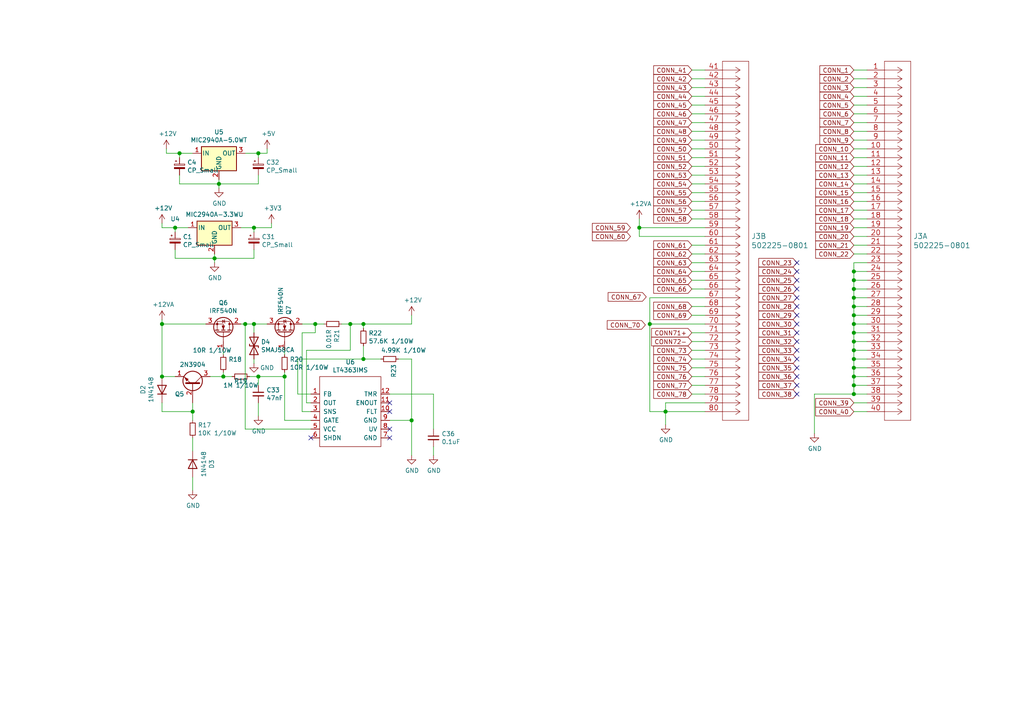
<source format=kicad_sch>
(kicad_sch (version 20201015) (generator eeschema)
  (page 1 6)
  (paper "A4")
  (lib_symbols
    (symbol "Device:CP_Small" (pin_numbers hide) (pin_names (offset 0.254) hide)
      (property "Reference" "C" (at 0.254 1.778 0))
      (property "Value" "CP_Small" (at 0.254 -2.032 0))
      (symbol "CP_Small_1_1"
        (pin passive line (at 0 2.54 270) (length 1.8542) (name "~") (number "1"))
        (pin passive line (at 0 -2.54 90) (length 1.8542) (name "~") (number "2"))
      )
    )
    (symbol "Device:C_Small" (pin_numbers hide) (pin_names (offset 0.254) hide)
      (property "Reference" "C" (at 0.254 1.778 0))
      (property "Value" "C_Small" (at 0.254 -2.032 0))
      (symbol "C_Small_1_1"
        (pin passive line (at 0 2.54 270) (length 2.032) (name "~") (number "1"))
        (pin passive line (at 0 -2.54 90) (length 2.032) (name "~") (number "2"))
      )
    )
    (symbol "Device:D_TVS" (pin_numbers hide) (pin_names (offset 1.016) hide)
      (property "Reference" "D" (at 0 2.54 0))
      (property "Value" "D_TVS" (at 0 -2.54 0))
      (symbol "D_TVS_1_1"
        (pin passive line (at -3.81 0 0) (length 2.54) (name "A1") (number "1"))
        (pin passive line (at 3.81 0 180) (length 2.54) (name "A2") (number "2"))
      )
    )
    (symbol "Device:R_Small" (pin_numbers hide) (pin_names (offset 0.254) hide)
      (property "Reference" "R" (at 0.762 0.508 0))
      (property "Value" "R_Small" (at 0.762 -1.016 0))
      (symbol "R_Small_1_1"
        (pin passive line (at 0 2.54 270) (length 0.762) (name "~") (number "1"))
        (pin passive line (at 0 -2.54 90) (length 0.762) (name "~") (number "2"))
      )
    )
    (symbol "Diode:1N4148" (pin_numbers hide) (pin_names (offset 1.016) hide)
      (property "Reference" "D" (at 0 2.54 0))
      (property "Value" "1N4148" (at 0 -2.54 0))
      (symbol "1N4148_1_1"
        (pin passive line (at -3.81 0 0) (length 2.54) (name "K") (number "1"))
        (pin passive line (at 3.81 0 180) (length 2.54) (name "A") (number "2"))
      )
    )
    (symbol "OpenEFI-STM32-rev3:502225-0801" (pin_names (offset 0.254) hide)
      (property "Reference" "J" (at 8.89 6.35 0))
      (property "Value" "502225-0801" (at 10.16 -50.8 0))
      (symbol "502225-0801_1_1"
        (pin unspecified line (at 0 0 0) (length 5.08) (name "1") (number "1"))
        (pin unspecified line (at 0 -22.86 0) (length 5.08) (name "10") (number "10"))
        (pin unspecified line (at 0 -25.4 0) (length 5.08) (name "11") (number "11"))
        (pin unspecified line (at 0 -27.94 0) (length 5.08) (name "12") (number "12"))
        (pin unspecified line (at 0 -30.48 0) (length 5.08) (name "13") (number "13"))
        (pin unspecified line (at 0 -33.02 0) (length 5.08) (name "14") (number "14"))
        (pin unspecified line (at 0 -35.56 0) (length 5.08) (name "15") (number "15"))
        (pin unspecified line (at 0 -38.1 0) (length 5.08) (name "16") (number "16"))
        (pin unspecified line (at 0 -40.64 0) (length 5.08) (name "17") (number "17"))
        (pin unspecified line (at 0 -43.18 0) (length 5.08) (name "18") (number "18"))
        (pin unspecified line (at 0 -45.72 0) (length 5.08) (name "19") (number "19"))
        (pin unspecified line (at 0 -2.54 0) (length 5.08) (name "2") (number "2"))
        (pin unspecified line (at 0 -48.26 0) (length 5.08) (name "20") (number "20"))
        (pin unspecified line (at 0 -50.8 0) (length 5.08) (name "21") (number "21"))
        (pin unspecified line (at 0 -53.34 0) (length 5.08) (name "22") (number "22"))
        (pin unspecified line (at 0 -55.88 0) (length 5.08) (name "23") (number "23"))
        (pin unspecified line (at 0 -58.42 0) (length 5.08) (name "24") (number "24"))
        (pin unspecified line (at 0 -60.96 0) (length 5.08) (name "25") (number "25"))
        (pin unspecified line (at 0 -63.5 0) (length 5.08) (name "26") (number "26"))
        (pin unspecified line (at 0 -66.04 0) (length 5.08) (name "27") (number "27"))
        (pin unspecified line (at 0 -68.58 0) (length 5.08) (name "28") (number "28"))
        (pin unspecified line (at 0 -71.12 0) (length 5.08) (name "29") (number "29"))
        (pin unspecified line (at 0 -5.08 0) (length 5.08) (name "3") (number "3"))
        (pin unspecified line (at 0 -73.66 0) (length 5.08) (name "30") (number "30"))
        (pin unspecified line (at 0 -76.2 0) (length 5.08) (name "31") (number "31"))
        (pin unspecified line (at 0 -78.74 0) (length 5.08) (name "32") (number "32"))
        (pin unspecified line (at 0 -81.28 0) (length 5.08) (name "33") (number "33"))
        (pin unspecified line (at 0 -83.82 0) (length 5.08) (name "34") (number "34"))
        (pin unspecified line (at 0 -86.36 0) (length 5.08) (name "35") (number "35"))
        (pin unspecified line (at 0 -88.9 0) (length 5.08) (name "36") (number "36"))
        (pin unspecified line (at 0 -91.44 0) (length 5.08) (name "37") (number "37"))
        (pin unspecified line (at 0 -93.98 0) (length 5.08) (name "38") (number "38"))
        (pin unspecified line (at 0 -96.52 0) (length 5.08) (name "39") (number "39"))
        (pin unspecified line (at 0 -7.62 0) (length 5.08) (name "4") (number "4"))
        (pin unspecified line (at 0 -99.06 0) (length 5.08) (name "40") (number "40"))
        (pin unspecified line (at 0 -10.16 0) (length 5.08) (name "5") (number "5"))
        (pin unspecified line (at 0 -12.7 0) (length 5.08) (name "6") (number "6"))
        (pin unspecified line (at 0 -15.24 0) (length 5.08) (name "7") (number "7"))
        (pin unspecified line (at 0 -17.78 0) (length 5.08) (name "8") (number "8"))
        (pin unspecified line (at 0 -20.32 0) (length 5.08) (name "9") (number "9"))
      )
      (symbol "502225-0801_2_1"
        (pin unspecified line (at 0 0 0) (length 5.08) (name "41") (number "41"))
        (pin unspecified line (at 0 -2.54 0) (length 5.08) (name "42") (number "42"))
        (pin unspecified line (at 0 -5.08 0) (length 5.08) (name "43") (number "43"))
        (pin unspecified line (at 0 -7.62 0) (length 5.08) (name "44") (number "44"))
        (pin unspecified line (at 0 -10.16 0) (length 5.08) (name "45") (number "45"))
        (pin unspecified line (at 0 -12.7 0) (length 5.08) (name "46") (number "46"))
        (pin unspecified line (at 0 -15.24 0) (length 5.08) (name "47") (number "47"))
        (pin unspecified line (at 0 -17.78 0) (length 5.08) (name "48") (number "48"))
        (pin unspecified line (at 0 -20.32 0) (length 5.08) (name "49") (number "49"))
        (pin unspecified line (at 0 -22.86 0) (length 5.08) (name "50") (number "50"))
        (pin unspecified line (at 0 -25.4 0) (length 5.08) (name "51") (number "51"))
        (pin unspecified line (at 0 -27.94 0) (length 5.08) (name "52") (number "52"))
        (pin unspecified line (at 0 -30.48 0) (length 5.08) (name "53") (number "53"))
        (pin unspecified line (at 0 -33.02 0) (length 5.08) (name "54") (number "54"))
        (pin unspecified line (at 0 -35.56 0) (length 5.08) (name "55") (number "55"))
        (pin unspecified line (at 0 -38.1 0) (length 5.08) (name "56") (number "56"))
        (pin unspecified line (at 0 -40.64 0) (length 5.08) (name "57") (number "57"))
        (pin unspecified line (at 0 -43.18 0) (length 5.08) (name "58") (number "58"))
        (pin unspecified line (at 0 -45.72 0) (length 5.08) (name "59") (number "59"))
        (pin unspecified line (at 0 -48.26 0) (length 5.08) (name "60") (number "60"))
        (pin unspecified line (at 0 -50.8 0) (length 5.08) (name "61") (number "61"))
        (pin unspecified line (at 0 -53.34 0) (length 5.08) (name "62") (number "62"))
        (pin unspecified line (at 0 -55.88 0) (length 5.08) (name "63") (number "63"))
        (pin unspecified line (at 0 -58.42 0) (length 5.08) (name "64") (number "64"))
        (pin unspecified line (at 0 -60.96 0) (length 5.08) (name "65") (number "65"))
        (pin unspecified line (at 0 -63.5 0) (length 5.08) (name "66") (number "66"))
        (pin unspecified line (at 0 -66.04 0) (length 5.08) (name "67") (number "67"))
        (pin unspecified line (at 0 -68.58 0) (length 5.08) (name "68") (number "68"))
        (pin unspecified line (at 0 -71.12 0) (length 5.08) (name "69") (number "69"))
        (pin unspecified line (at 0 -73.66 0) (length 5.08) (name "70") (number "70"))
        (pin unspecified line (at 0 -76.2 0) (length 5.08) (name "71") (number "71"))
        (pin unspecified line (at 0 -78.74 0) (length 5.08) (name "72") (number "72"))
        (pin unspecified line (at 0 -81.28 0) (length 5.08) (name "73") (number "73"))
        (pin unspecified line (at 0 -83.82 0) (length 5.08) (name "74") (number "74"))
        (pin unspecified line (at 0 -86.36 0) (length 5.08) (name "75") (number "75"))
        (pin unspecified line (at 0 -88.9 0) (length 5.08) (name "76") (number "76"))
        (pin unspecified line (at 0 -91.44 0) (length 5.08) (name "77") (number "77"))
        (pin unspecified line (at 0 -93.98 0) (length 5.08) (name "78") (number "78"))
        (pin unspecified line (at 0 -96.52 0) (length 5.08) (name "79") (number "79"))
        (pin unspecified line (at 0 -99.06 0) (length 5.08) (name "80") (number "80"))
      )
    )
    (symbol "OpenEFI-STM32-rev3:LT4363IMS" (pin_names (offset 1.016))
      (property "Reference" "U" (at 0 2.54 0))
      (property "Value" "LT4363IMS" (at 0 5.08 0))
      (symbol "LT4363IMS_1_1"
        (pin input line (at -11.43 1.27 0) (length 2.54) (name "FB") (number "1"))
        (pin input line (at 11.43 -3.81 180) (length 2.54) (name "FLT") (number "10"))
        (pin input line (at 11.43 -1.27 180) (length 2.54) (name "ENOUT") (number "11"))
        (pin input line (at 11.43 1.27 180) (length 2.54) (name "TMR") (number "12"))
        (pin input line (at -11.43 -1.27 0) (length 2.54) (name "OUT") (number "2"))
        (pin input line (at -11.43 -3.81 0) (length 2.54) (name "SNS") (number "3"))
        (pin input line (at -11.43 -6.35 0) (length 2.54) (name "GATE") (number "4"))
        (pin input line (at -11.43 -8.89 0) (length 2.54) (name "VCC") (number "5"))
        (pin input line (at -11.43 -11.43 0) (length 2.54) (name "SHDN") (number "6"))
        (pin input line (at 11.43 -11.43 180) (length 2.54) (name "GND") (number "7"))
        (pin input line (at 11.43 -8.89 180) (length 2.54) (name "UV") (number "8"))
        (pin input line (at 11.43 -6.35 180) (length 2.54) (name "GND") (number "9"))
      )
    )
    (symbol "Regulator_Linear:L7805" (pin_names (offset 0.254))
      (property "Reference" "U" (at -3.81 3.175 0))
      (property "Value" "L7805" (at 0 3.175 0))
      (symbol "L7805_1_1"
        (pin power_in line (at -7.62 0 0) (length 2.54) (name "IN") (number "1"))
        (pin power_in line (at 0 -7.62 90) (length 2.54) (name "GND") (number "2"))
        (pin power_out line (at 7.62 0 180) (length 2.54) (name "OUT") (number "3"))
      )
    )
    (symbol "Transistor_BJT:2N3904" (pin_names (offset 0) hide)
      (property "Reference" "Q" (at 5.08 1.905 0))
      (property "Value" "2N3904" (at 5.08 0 0))
      (symbol "2N3904_1_1"
        (pin passive line (at 2.54 -5.08 90) (length 2.54) (name "E") (number "1"))
        (pin passive line (at -5.08 0 0) (length 5.715) (name "B") (number "2"))
        (pin passive line (at 2.54 5.08 270) (length 2.54) (name "C") (number "3"))
      )
    )
    (symbol "Transistor_FET:IRF540N" (pin_names hide)
      (property "Reference" "Q" (at 6.35 1.905 0))
      (property "Value" "IRF540N" (at 6.35 0 0))
      (symbol "IRF540N_1_1"
        (pin input line (at -5.08 0 0) (length 2.54) (name "G") (number "1"))
        (pin passive line (at 2.54 5.08 270) (length 2.54) (name "D") (number "2"))
        (pin passive line (at 2.54 -5.08 90) (length 2.54) (name "S") (number "3"))
      )
    )
    (symbol "power:+12V" (power) (pin_names (offset 0))
      (property "Value" "+12V" (at 0 3.556 0))
      (symbol "+12V_1_1"
        (pin power_in line (at 0 0 90) (length 0) hide (name "+12V") (number "1"))
      )
    )
    (symbol "power:+12VA" (power) (pin_names (offset 0))
      (property "Value" "+12VA" (at 0 3.556 0))
      (symbol "+12VA_1_1"
        (pin power_in line (at 0 0 90) (length 0) hide (name "+12VA") (number "1"))
      )
    )
    (symbol "power:+3V3" (power) (pin_names (offset 0))
      (property "Value" "+3V3" (at 0 3.556 0))
      (symbol "+3V3_1_1"
        (pin power_in line (at 0 0 90) (length 0) hide (name "+3V3") (number "1"))
      )
    )
    (symbol "power:+5V" (power) (pin_names (offset 0))
      (property "Value" "+5V" (at 0 3.556 0))
      (symbol "+5V_1_1"
        (pin power_in line (at 0 0 90) (length 0) hide (name "+5V") (number "1"))
      )
    )
    (symbol "power:GND" (power) (pin_names (offset 0))
      (property "Value" "GND" (at 0 -3.81 0))
      (symbol "GND_1_1"
        (pin power_in line (at 0 0 270) (length 0) hide (name "GND") (number "1"))
      )
    )
  )
  (junction (at 46.99 93.98) (diameter 1.016))
  (junction (at 46.99 109.22) (diameter 1.016))
  (junction (at 50.8 66.04) (diameter 1.016))
  (junction (at 52.07 44.45) (diameter 1.016))
  (junction (at 55.88 119.38) (diameter 1.016))
  (junction (at 62.23 74.93) (diameter 1.016))
  (junction (at 63.5 53.34) (diameter 1.016))
  (junction (at 64.77 109.22) (diameter 1.016))
  (junction (at 71.12 93.98) (diameter 1.016))
  (junction (at 73.66 66.04) (diameter 1.016))
  (junction (at 73.66 93.98) (diameter 1.016))
  (junction (at 74.93 44.45) (diameter 1.016))
  (junction (at 74.93 109.22) (diameter 1.016))
  (junction (at 82.55 109.22) (diameter 1.016))
  (junction (at 91.44 93.98) (diameter 1.016))
  (junction (at 101.6 93.98) (diameter 1.016))
  (junction (at 105.41 93.98) (diameter 1.016))
  (junction (at 105.41 104.14) (diameter 1.016))
  (junction (at 119.38 121.92) (diameter 1.016))
  (junction (at 185.42 66.04) (diameter 1.016))
  (junction (at 188.468 93.98) (diameter 1.016))
  (junction (at 193.04 119.38) (diameter 1.016))
  (junction (at 247.65 78.74) (diameter 1.016))
  (junction (at 247.65 81.28) (diameter 1.016))
  (junction (at 247.65 83.82) (diameter 1.016))
  (junction (at 247.65 86.36) (diameter 1.016))
  (junction (at 247.65 88.9) (diameter 1.016))
  (junction (at 247.65 91.44) (diameter 1.016))
  (junction (at 247.65 93.98) (diameter 1.016))
  (junction (at 247.65 96.52) (diameter 1.016))
  (junction (at 247.65 99.06) (diameter 1.016))
  (junction (at 247.65 101.6) (diameter 1.016))
  (junction (at 247.65 104.14) (diameter 1.016))
  (junction (at 247.65 106.68) (diameter 1.016))
  (junction (at 247.65 109.22) (diameter 1.016))
  (junction (at 247.65 111.76) (diameter 1.016))
  (junction (at 247.65 114.3) (diameter 1.016))
  (no_connect (at 113.03 119.38))
  (no_connect (at 231.14 91.44))
  (no_connect (at 231.14 106.68))
  (no_connect (at 231.14 86.36))
  (no_connect (at 231.14 99.06))
  (no_connect (at 113.03 124.46))
  (no_connect (at 231.14 88.9))
  (no_connect (at 231.14 109.22))
  (no_connect (at 231.14 96.52))
  (no_connect (at 231.14 114.3))
  (no_connect (at 231.14 93.98))
  (no_connect (at 231.14 111.76))
  (no_connect (at 231.14 104.14))
  (no_connect (at 231.14 78.74))
  (no_connect (at 90.17 127))
  (no_connect (at 113.03 127))
  (no_connect (at 113.03 116.84))
  (no_connect (at 231.14 76.2))
  (no_connect (at 231.14 101.6))
  (no_connect (at 231.14 83.82))
  (no_connect (at 231.14 81.28))
  (wire (pts (xy 46.99 64.77) (xy 46.99 66.04)))
  (wire (pts (xy 46.99 66.04) (xy 50.8 66.04)))
  (wire (pts (xy 46.99 92.71) (xy 46.99 93.98)))
  (wire (pts (xy 46.99 93.98) (xy 59.69 93.98)))
  (wire (pts (xy 46.99 109.22) (xy 46.99 93.98)))
  (wire (pts (xy 46.99 109.22) (xy 50.8 109.22)))
  (wire (pts (xy 46.99 116.84) (xy 46.99 119.38)))
  (wire (pts (xy 46.99 119.38) (xy 55.88 119.38)))
  (wire (pts (xy 48.26 43.18) (xy 48.26 44.45)))
  (wire (pts (xy 48.26 44.45) (xy 52.07 44.45)))
  (wire (pts (xy 50.8 66.04) (xy 50.8 67.31)))
  (wire (pts (xy 50.8 72.39) (xy 50.8 74.93)))
  (wire (pts (xy 50.8 74.93) (xy 62.23 74.93)))
  (wire (pts (xy 52.07 44.45) (xy 55.88 44.45)))
  (wire (pts (xy 52.07 45.72) (xy 52.07 44.45)))
  (wire (pts (xy 52.07 50.8) (xy 52.07 53.34)))
  (wire (pts (xy 52.07 53.34) (xy 63.5 53.34)))
  (wire (pts (xy 54.61 66.04) (xy 50.8 66.04)))
  (wire (pts (xy 55.88 116.84) (xy 55.88 119.38)))
  (wire (pts (xy 55.88 119.38) (xy 55.88 121.92)))
  (wire (pts (xy 55.88 127) (xy 55.88 130.81)))
  (wire (pts (xy 55.88 138.43) (xy 55.88 142.24)))
  (wire (pts (xy 60.96 109.22) (xy 64.77 109.22)))
  (wire (pts (xy 62.23 73.66) (xy 62.23 74.93)))
  (wire (pts (xy 62.23 74.93) (xy 62.23 76.2)))
  (wire (pts (xy 63.5 52.07) (xy 63.5 53.34)))
  (wire (pts (xy 63.5 53.34) (xy 63.5 54.61)))
  (wire (pts (xy 64.77 101.6) (xy 64.77 102.87)))
  (wire (pts (xy 64.77 109.22) (xy 64.77 107.95)))
  (wire (pts (xy 67.31 109.22) (xy 64.77 109.22)))
  (wire (pts (xy 69.85 66.04) (xy 73.66 66.04)))
  (wire (pts (xy 69.85 93.98) (xy 71.12 93.98)))
  (wire (pts (xy 71.12 44.45) (xy 74.93 44.45)))
  (wire (pts (xy 71.12 93.98) (xy 71.12 124.46)))
  (wire (pts (xy 71.12 93.98) (xy 73.66 93.98)))
  (wire (pts (xy 71.12 124.46) (xy 90.17 124.46)))
  (wire (pts (xy 72.39 109.22) (xy 74.93 109.22)))
  (wire (pts (xy 73.66 66.04) (xy 73.66 67.31)))
  (wire (pts (xy 73.66 72.39) (xy 73.66 74.93)))
  (wire (pts (xy 73.66 74.93) (xy 62.23 74.93)))
  (wire (pts (xy 73.66 93.98) (xy 77.47 93.98)))
  (wire (pts (xy 73.66 96.52) (xy 73.66 93.98)))
  (wire (pts (xy 73.66 104.14) (xy 73.66 105.41)))
  (wire (pts (xy 74.93 44.45) (xy 74.93 45.72)))
  (wire (pts (xy 74.93 50.8) (xy 74.93 53.34)))
  (wire (pts (xy 74.93 53.34) (xy 63.5 53.34)))
  (wire (pts (xy 74.93 109.22) (xy 82.55 109.22)))
  (wire (pts (xy 74.93 111.76) (xy 74.93 109.22)))
  (wire (pts (xy 74.93 116.84) (xy 74.93 120.65)))
  (wire (pts (xy 77.47 43.18) (xy 77.47 44.45)))
  (wire (pts (xy 77.47 44.45) (xy 74.93 44.45)))
  (wire (pts (xy 78.74 64.77) (xy 78.74 66.04)))
  (wire (pts (xy 78.74 66.04) (xy 73.66 66.04)))
  (wire (pts (xy 82.55 102.87) (xy 82.55 101.6)))
  (wire (pts (xy 82.55 107.95) (xy 82.55 109.22)))
  (wire (pts (xy 82.55 121.92) (xy 82.55 109.22)))
  (wire (pts (xy 82.55 121.92) (xy 90.17 121.92)))
  (wire (pts (xy 86.36 104.14) (xy 86.36 114.3)))
  (wire (pts (xy 86.36 114.3) (xy 90.17 114.3)))
  (wire (pts (xy 87.63 93.98) (xy 91.44 93.98)))
  (wire (pts (xy 87.63 96.52) (xy 91.44 96.52)))
  (wire (pts (xy 87.63 119.38) (xy 87.63 96.52)))
  (wire (pts (xy 88.9 101.6) (xy 88.9 116.84)))
  (wire (pts (xy 88.9 116.84) (xy 90.17 116.84)))
  (wire (pts (xy 90.17 119.38) (xy 87.63 119.38)))
  (wire (pts (xy 91.44 93.98) (xy 93.98 93.98)))
  (wire (pts (xy 91.44 96.52) (xy 91.44 93.98)))
  (wire (pts (xy 99.06 93.98) (xy 101.6 93.98)))
  (wire (pts (xy 101.6 93.98) (xy 101.6 101.6)))
  (wire (pts (xy 101.6 93.98) (xy 105.41 93.98)))
  (wire (pts (xy 101.6 101.6) (xy 88.9 101.6)))
  (wire (pts (xy 105.41 93.98) (xy 105.41 95.25)))
  (wire (pts (xy 105.41 100.33) (xy 105.41 104.14)))
  (wire (pts (xy 105.41 104.14) (xy 86.36 104.14)))
  (wire (pts (xy 105.41 104.14) (xy 110.49 104.14)))
  (wire (pts (xy 113.03 114.3) (xy 125.73 114.3)))
  (wire (pts (xy 113.03 121.92) (xy 119.38 121.92)))
  (wire (pts (xy 115.57 104.14) (xy 119.38 104.14)))
  (wire (pts (xy 119.38 91.44) (xy 119.38 93.98)))
  (wire (pts (xy 119.38 93.98) (xy 105.41 93.98)))
  (wire (pts (xy 119.38 104.14) (xy 119.38 121.92)))
  (wire (pts (xy 119.38 121.92) (xy 119.38 132.08)))
  (wire (pts (xy 125.73 114.3) (xy 125.73 124.46)))
  (wire (pts (xy 125.73 129.54) (xy 125.73 132.08)))
  (wire (pts (xy 185.42 66.04) (xy 185.42 63.5)))
  (wire (pts (xy 185.42 66.04) (xy 185.42 68.58)))
  (wire (pts (xy 185.42 66.04) (xy 204.47 66.04)))
  (wire (pts (xy 185.42 68.58) (xy 204.47 68.58)))
  (wire (pts (xy 188.468 86.36) (xy 188.468 93.98)))
  (wire (pts (xy 188.468 86.36) (xy 204.47 86.36)))
  (wire (pts (xy 188.468 93.98) (xy 188.468 119.38)))
  (wire (pts (xy 188.468 93.98) (xy 204.47 93.98)))
  (wire (pts (xy 188.468 119.38) (xy 193.04 119.38)))
  (wire (pts (xy 193.04 116.84) (xy 193.04 119.38)))
  (wire (pts (xy 193.04 116.84) (xy 204.47 116.84)))
  (wire (pts (xy 193.04 119.38) (xy 193.04 123.19)))
  (wire (pts (xy 193.04 119.38) (xy 204.47 119.38)))
  (wire (pts (xy 200.66 20.32) (xy 204.47 20.32)))
  (wire (pts (xy 200.66 22.86) (xy 204.47 22.86)))
  (wire (pts (xy 200.66 25.4) (xy 204.47 25.4)))
  (wire (pts (xy 200.66 27.94) (xy 204.47 27.94)))
  (wire (pts (xy 200.66 30.48) (xy 204.47 30.48)))
  (wire (pts (xy 200.66 33.02) (xy 204.47 33.02)))
  (wire (pts (xy 200.66 35.56) (xy 204.47 35.56)))
  (wire (pts (xy 200.66 38.1) (xy 204.47 38.1)))
  (wire (pts (xy 200.66 40.64) (xy 204.47 40.64)))
  (wire (pts (xy 200.66 43.18) (xy 204.47 43.18)))
  (wire (pts (xy 200.66 45.72) (xy 204.47 45.72)))
  (wire (pts (xy 200.66 48.26) (xy 204.47 48.26)))
  (wire (pts (xy 200.66 50.8) (xy 204.47 50.8)))
  (wire (pts (xy 200.66 53.34) (xy 204.47 53.34)))
  (wire (pts (xy 200.66 55.88) (xy 204.47 55.88)))
  (wire (pts (xy 200.66 58.42) (xy 204.47 58.42)))
  (wire (pts (xy 200.66 60.96) (xy 204.47 60.96)))
  (wire (pts (xy 200.66 63.5) (xy 204.47 63.5)))
  (wire (pts (xy 200.66 71.12) (xy 204.47 71.12)))
  (wire (pts (xy 200.66 73.66) (xy 204.47 73.66)))
  (wire (pts (xy 200.66 76.2) (xy 204.47 76.2)))
  (wire (pts (xy 200.66 78.74) (xy 204.47 78.74)))
  (wire (pts (xy 200.66 81.28) (xy 204.47 81.28)))
  (wire (pts (xy 200.66 83.82) (xy 204.47 83.82)))
  (wire (pts (xy 200.66 88.9) (xy 204.47 88.9)))
  (wire (pts (xy 200.66 91.44) (xy 204.47 91.44)))
  (wire (pts (xy 200.66 96.52) (xy 204.47 96.52)))
  (wire (pts (xy 200.66 99.06) (xy 204.47 99.06)))
  (wire (pts (xy 200.66 101.6) (xy 204.47 101.6)))
  (wire (pts (xy 200.66 104.14) (xy 204.47 104.14)))
  (wire (pts (xy 200.66 106.68) (xy 204.47 106.68)))
  (wire (pts (xy 200.66 109.22) (xy 204.47 109.22)))
  (wire (pts (xy 200.66 111.76) (xy 204.47 111.76)))
  (wire (pts (xy 200.66 114.3) (xy 204.47 114.3)))
  (wire (pts (xy 236.22 114.3) (xy 247.65 114.3)))
  (wire (pts (xy 236.22 125.73) (xy 236.22 114.3)))
  (wire (pts (xy 247.65 20.32) (xy 251.46 20.32)))
  (wire (pts (xy 247.65 22.86) (xy 251.46 22.86)))
  (wire (pts (xy 247.65 25.4) (xy 251.46 25.4)))
  (wire (pts (xy 247.65 27.94) (xy 251.46 27.94)))
  (wire (pts (xy 247.65 30.48) (xy 251.46 30.48)))
  (wire (pts (xy 247.65 33.02) (xy 251.46 33.02)))
  (wire (pts (xy 247.65 35.56) (xy 251.46 35.56)))
  (wire (pts (xy 247.65 38.1) (xy 251.46 38.1)))
  (wire (pts (xy 247.65 40.64) (xy 251.46 40.64)))
  (wire (pts (xy 247.65 43.18) (xy 251.46 43.18)))
  (wire (pts (xy 247.65 45.72) (xy 251.46 45.72)))
  (wire (pts (xy 247.65 48.26) (xy 251.46 48.26)))
  (wire (pts (xy 247.65 50.8) (xy 251.46 50.8)))
  (wire (pts (xy 247.65 53.34) (xy 251.46 53.34)))
  (wire (pts (xy 247.65 55.88) (xy 251.46 55.88)))
  (wire (pts (xy 247.65 58.42) (xy 251.46 58.42)))
  (wire (pts (xy 247.65 60.96) (xy 251.46 60.96)))
  (wire (pts (xy 247.65 63.5) (xy 251.46 63.5)))
  (wire (pts (xy 247.65 66.04) (xy 251.46 66.04)))
  (wire (pts (xy 247.65 68.58) (xy 251.46 68.58)))
  (wire (pts (xy 247.65 71.12) (xy 251.46 71.12)))
  (wire (pts (xy 247.65 73.66) (xy 251.46 73.66)))
  (wire (pts (xy 247.65 76.2) (xy 247.65 78.74)))
  (wire (pts (xy 247.65 76.2) (xy 251.46 76.2)))
  (wire (pts (xy 247.65 78.74) (xy 247.65 81.28)))
  (wire (pts (xy 247.65 78.74) (xy 251.46 78.74)))
  (wire (pts (xy 247.65 81.28) (xy 247.65 83.82)))
  (wire (pts (xy 247.65 81.28) (xy 251.46 81.28)))
  (wire (pts (xy 247.65 83.82) (xy 247.65 86.36)))
  (wire (pts (xy 247.65 83.82) (xy 251.46 83.82)))
  (wire (pts (xy 247.65 86.36) (xy 247.65 88.9)))
  (wire (pts (xy 247.65 86.36) (xy 251.46 86.36)))
  (wire (pts (xy 247.65 88.9) (xy 247.65 91.44)))
  (wire (pts (xy 247.65 88.9) (xy 251.46 88.9)))
  (wire (pts (xy 247.65 91.44) (xy 247.65 93.98)))
  (wire (pts (xy 247.65 91.44) (xy 251.46 91.44)))
  (wire (pts (xy 247.65 93.98) (xy 247.65 96.52)))
  (wire (pts (xy 247.65 93.98) (xy 251.46 93.98)))
  (wire (pts (xy 247.65 96.52) (xy 247.65 99.06)))
  (wire (pts (xy 247.65 96.52) (xy 251.46 96.52)))
  (wire (pts (xy 247.65 99.06) (xy 247.65 101.6)))
  (wire (pts (xy 247.65 99.06) (xy 251.46 99.06)))
  (wire (pts (xy 247.65 101.6) (xy 247.65 104.14)))
  (wire (pts (xy 247.65 101.6) (xy 251.46 101.6)))
  (wire (pts (xy 247.65 104.14) (xy 247.65 106.68)))
  (wire (pts (xy 247.65 104.14) (xy 251.46 104.14)))
  (wire (pts (xy 247.65 106.68) (xy 247.65 109.22)))
  (wire (pts (xy 247.65 106.68) (xy 251.46 106.68)))
  (wire (pts (xy 247.65 109.22) (xy 247.65 111.76)))
  (wire (pts (xy 247.65 109.22) (xy 251.46 109.22)))
  (wire (pts (xy 247.65 111.76) (xy 247.65 114.3)))
  (wire (pts (xy 247.65 111.76) (xy 251.46 111.76)))
  (wire (pts (xy 247.65 114.3) (xy 251.46 114.3)))
  (wire (pts (xy 247.65 119.38) (xy 251.46 119.38)))
  (wire (pts (xy 251.46 116.84) (xy 247.65 116.84)))
  (global_label "CONN_59" (shape input) (at 182.88 66.04 180))
  (global_label "CONN_60" (shape input) (at 182.88 68.58 180))
  (global_label "CONN_70" (shape input) (at 187.198 94.234 180))
  (global_label "CONN_67" (shape input) (at 187.452 86.106 180))
  (global_label "CONN_41" (shape input) (at 200.66 20.32 180))
  (global_label "CONN_42" (shape input) (at 200.66 22.86 180))
  (global_label "CONN_43" (shape input) (at 200.66 25.4 180))
  (global_label "CONN_44" (shape input) (at 200.66 27.94 180))
  (global_label "CONN_45" (shape input) (at 200.66 30.48 180))
  (global_label "CONN_46" (shape input) (at 200.66 33.02 180))
  (global_label "CONN_47" (shape input) (at 200.66 35.56 180))
  (global_label "CONN_48" (shape input) (at 200.66 38.1 180))
  (global_label "CONN_49" (shape input) (at 200.66 40.64 180))
  (global_label "CONN_50" (shape input) (at 200.66 43.18 180))
  (global_label "CONN_51" (shape input) (at 200.66 45.72 180))
  (global_label "CONN_52" (shape input) (at 200.66 48.26 180))
  (global_label "CONN_53" (shape input) (at 200.66 50.8 180))
  (global_label "CONN_54" (shape input) (at 200.66 53.34 180))
  (global_label "CONN_55" (shape input) (at 200.66 55.88 180))
  (global_label "CONN_56" (shape input) (at 200.66 58.42 180))
  (global_label "CONN_57" (shape input) (at 200.66 60.96 180))
  (global_label "CONN_58" (shape input) (at 200.66 63.5 180))
  (global_label "CONN_61" (shape input) (at 200.66 71.12 180))
  (global_label "CONN_62" (shape input) (at 200.66 73.66 180))
  (global_label "CONN_63" (shape input) (at 200.66 76.2 180))
  (global_label "CONN_64" (shape input) (at 200.66 78.74 180))
  (global_label "CONN_65" (shape input) (at 200.66 81.28 180))
  (global_label "CONN_66" (shape input) (at 200.66 83.82 180))
  (global_label "CONN_68" (shape input) (at 200.66 88.9 180))
  (global_label "CONN_69" (shape input) (at 200.66 91.44 180))
  (global_label "CONN71+" (shape input) (at 200.66 96.52 180))
  (global_label "CONN72-" (shape input) (at 200.66 99.06 180))
  (global_label "CONN_73" (shape input) (at 200.66 101.6 180))
  (global_label "CONN_74" (shape input) (at 200.66 104.14 180))
  (global_label "CONN_75" (shape input) (at 200.66 106.68 180))
  (global_label "CONN_76" (shape input) (at 200.66 109.22 180))
  (global_label "CONN_77" (shape input) (at 200.66 111.76 180))
  (global_label "CONN_78" (shape input) (at 200.66 114.3 180))
  (global_label "CONN_23" (shape input) (at 231.14 76.2 180))
  (global_label "CONN_24" (shape input) (at 231.14 78.74 180))
  (global_label "CONN_25" (shape input) (at 231.14 81.28 180))
  (global_label "CONN_26" (shape input) (at 231.14 83.82 180))
  (global_label "CONN_27" (shape input) (at 231.14 86.36 180))
  (global_label "CONN_28" (shape input) (at 231.14 88.9 180))
  (global_label "CONN_29" (shape input) (at 231.14 91.44 180))
  (global_label "CONN_30" (shape input) (at 231.14 93.98 180))
  (global_label "CONN_31" (shape input) (at 231.14 96.52 180))
  (global_label "CONN_32" (shape input) (at 231.14 99.06 180))
  (global_label "CONN_33" (shape input) (at 231.14 101.6 180))
  (global_label "CONN_34" (shape input) (at 231.14 104.14 180))
  (global_label "CONN_35" (shape input) (at 231.14 106.68 180))
  (global_label "CONN_36" (shape input) (at 231.14 109.22 180))
  (global_label "CONN_37" (shape input) (at 231.14 111.76 180))
  (global_label "CONN_38" (shape input) (at 231.14 114.3 180))
  (global_label "CONN_1" (shape input) (at 247.65 20.32 180))
  (global_label "CONN_2" (shape input) (at 247.65 22.86 180))
  (global_label "CONN_3" (shape input) (at 247.65 25.4 180))
  (global_label "CONN_4" (shape input) (at 247.65 27.94 180))
  (global_label "CONN_5" (shape input) (at 247.65 30.48 180))
  (global_label "CONN_6" (shape input) (at 247.65 33.02 180))
  (global_label "CONN_7" (shape input) (at 247.65 35.56 180))
  (global_label "CONN_8" (shape input) (at 247.65 38.1 180))
  (global_label "CONN_9" (shape input) (at 247.65 40.64 180))
  (global_label "CONN_10" (shape input) (at 247.65 43.18 180))
  (global_label "CONN_11" (shape input) (at 247.65 45.72 180))
  (global_label "CONN_12" (shape input) (at 247.65 48.26 180))
  (global_label "CONN_13" (shape input) (at 247.65 50.8 180))
  (global_label "CONN_14" (shape input) (at 247.65 53.34 180))
  (global_label "CONN_15" (shape input) (at 247.65 55.88 180))
  (global_label "CONN_16" (shape input) (at 247.65 58.42 180))
  (global_label "CONN_17" (shape input) (at 247.65 60.96 180))
  (global_label "CONN_18" (shape input) (at 247.65 63.5 180))
  (global_label "CONN_19" (shape input) (at 247.65 66.04 180))
  (global_label "CONN_20" (shape input) (at 247.65 68.58 180))
  (global_label "CONN_21" (shape input) (at 247.65 71.12 180))
  (global_label "CONN_22" (shape input) (at 247.65 73.66 180))
  (global_label "CONN_39" (shape input) (at 247.65 116.84 180))
  (global_label "CONN_40" (shape input) (at 247.65 119.38 180))
  (symbol (lib_id "power:+12V") (at 46.99 64.77 0) (unit 1)
    (property "Reference" "#PWR0137" (effects hide))
    (property "Value" "+12V" (at 47.371 60.3758 0))
  )
  (symbol (lib_id "power:+12VA") (at 46.99 92.71 0) (unit 1)
    (property "Reference" "#PWR010" (effects hide))
    (property "Value" "+12VA" (at 47.371 88.3158 0))
  )
  (symbol (lib_id "power:+12V") (at 48.26 43.18 0) (unit 1)
    (property "Reference" "#PWR011" (effects hide))
    (property "Value" "+12V" (at 48.641 38.7858 0))
  )
  (symbol (lib_id "power:+5V") (at 77.47 43.18 0) (unit 1)
    (property "Reference" "#PWR017" (effects hide))
    (property "Value" "+5V" (at 77.851 38.7858 0))
  )
  (symbol (lib_id "power:+3V3") (at 78.74 64.77 0) (unit 1)
    (property "Reference" "#PWR018" (effects hide))
    (property "Value" "+3V3" (at 79.121 60.3758 0))
  )
  (symbol (lib_id "power:+12V") (at 119.38 91.44 0) (unit 1)
    (property "Reference" "#PWR021" (effects hide))
    (property "Value" "+12V" (at 119.761 87.0458 0))
  )
  (symbol (lib_id "power:+12VA") (at 185.42 63.5 0) (unit 1)
    (property "Reference" "#PWR025" (effects hide))
    (property "Value" "+12VA" (at 185.801 59.1058 0))
  )
  (symbol (lib_id "power:GND") (at 55.88 142.24 0) (unit 1)
    (property "Reference" "#PWR012" (effects hide))
    (property "Value" "GND" (at 56.007 146.6342 0))
  )
  (symbol (lib_id "power:GND") (at 62.23 76.2 0) (unit 1)
    (property "Reference" "#PWR013" (effects hide))
    (property "Value" "GND" (at 62.357 80.5942 0))
  )
  (symbol (lib_id "power:GND") (at 63.5 54.61 0) (unit 1)
    (property "Reference" "#PWR014" (effects hide))
    (property "Value" "GND" (at 63.627 59.0042 0))
  )
  (symbol (lib_id "power:GND") (at 73.66 105.41 0) (unit 1)
    (property "Reference" "#PWR015" (effects hide))
    (property "Value" "GND" (at 77.47 106.68 0))
  )
  (symbol (lib_id "power:GND") (at 74.93 120.65 0) (unit 1)
    (property "Reference" "#PWR016" (effects hide))
    (property "Value" "GND" (at 75.057 125.0442 0))
  )
  (symbol (lib_id "power:GND") (at 119.38 132.08 0) (unit 1)
    (property "Reference" "#PWR022" (effects hide))
    (property "Value" "GND" (at 119.507 136.4742 0))
  )
  (symbol (lib_id "power:GND") (at 125.73 132.08 0) (unit 1)
    (property "Reference" "#PWR024" (effects hide))
    (property "Value" "GND" (at 125.857 136.4742 0))
  )
  (symbol (lib_id "power:GND") (at 193.04 123.19 0) (unit 1)
    (property "Reference" "#PWR026" (effects hide))
    (property "Value" "GND" (at 193.167 127.5842 0))
  )
  (symbol (lib_id "power:GND") (at 236.22 125.73 0) (unit 1)
    (property "Reference" "#PWR0175" (effects hide))
    (property "Value" "GND" (at 236.347 130.1242 0))
  )
  (symbol (lib_id "Device:R_Small") (at 55.88 124.46 0) (unit 1)
    (property "Reference" "R17" (at 57.3786 123.2916 0) (effects (justify left)))
    (property "Value" "10K 1/10W" (at 57.3786 125.603 0) (effects (justify left)))
    (property "Footprint" "Resistor_SMD:R_0603_1608Metric" (effects hide))
  )
  (symbol (lib_id "Device:R_Small") (at 64.77 105.41 0) (unit 1)
    (property "Reference" "R18" (at 66.2686 104.2416 0) (effects (justify left)))
    (property "Value" "10R 1/10W" (at 55.88 101.6 0) (effects (justify left)))
    (property "Footprint" "Resistor_SMD:R_0603_1608Metric" (effects hide))
  )
  (symbol (lib_id "Device:R_Small") (at 69.85 109.22 270) (unit 1)
    (property "Reference" "R19" (at 69.85 110.49 90))
    (property "Value" "1M 1/10W" (at 69.85 111.76 90))
    (property "Footprint" "Resistor_SMD:R_0603_1608Metric" (effects hide))
  )
  (symbol (lib_id "Device:R_Small") (at 82.55 105.41 0) (unit 1)
    (property "Reference" "R20" (at 84.0486 104.2416 0) (effects (justify left)))
    (property "Value" "10R 1/10W" (at 84.0486 106.553 0) (effects (justify left)))
    (property "Footprint" "Resistor_SMD:R_0603_1608Metric" (effects hide))
  )
  (symbol (lib_id "Device:R_Small") (at 96.52 93.98 270) (unit 1)
    (property "Reference" "R21" (at 97.6884 95.4786 0) (effects (justify left)))
    (property "Value" "0.01R" (at 95.377 95.4786 0) (effects (justify left)))
    (property "Footprint" "Resistor_SMD:R_1210_3225Metric" (effects hide))
    (property "LCSC" "C175884" (effects hide))
  )
  (symbol (lib_id "Device:R_Small") (at 105.41 97.79 0) (unit 1)
    (property "Reference" "R22" (at 106.9086 96.6216 0) (effects (justify left)))
    (property "Value" "57.6K 1/10W" (at 106.9086 98.933 0) (effects (justify left)))
    (property "Footprint" "Resistor_SMD:R_0603_1608Metric" (effects hide))
  )
  (symbol (lib_id "Device:R_Small") (at 113.03 104.14 270) (unit 1)
    (property "Reference" "R23" (at 114.1984 105.6386 0) (effects (justify left)))
    (property "Value" "4.99K 1/10W" (at 110.49 101.6 90) (effects (justify left)))
    (property "Footprint" "Resistor_SMD:R_0603_1608Metric" (effects hide))
  )
  (symbol (lib_id "Device:CP_Small") (at 50.8 69.85 0) (unit 1)
    (property "Reference" "C1" (at 53.0352 68.6816 0) (effects (justify left)))
    (property "Value" "CP_Small" (at 53.0352 70.993 0) (effects (justify left)))
  )
  (symbol (lib_id "Device:CP_Small") (at 52.07 48.26 0) (unit 1)
    (property "Reference" "C4" (at 54.3052 47.0916 0) (effects (justify left)))
    (property "Value" "CP_Small" (at 54.3052 49.403 0) (effects (justify left)))
  )
  (symbol (lib_id "Device:CP_Small") (at 73.66 69.85 0) (unit 1)
    (property "Reference" "C31" (at 75.8952 68.6816 0) (effects (justify left)))
    (property "Value" "CP_Small" (at 75.8952 70.993 0) (effects (justify left)))
  )
  (symbol (lib_id "Device:CP_Small") (at 74.93 48.26 0) (unit 1)
    (property "Reference" "C32" (at 77.1652 47.0916 0) (effects (justify left)))
    (property "Value" "CP_Small" (at 77.1652 49.403 0) (effects (justify left)))
  )
  (symbol (lib_id "Device:C_Small") (at 74.93 114.3 0) (unit 1)
    (property "Reference" "C33" (at 77.2668 113.1316 0) (effects (justify left)))
    (property "Value" "47nF" (at 77.2668 115.443 0) (effects (justify left)))
    (property "Footprint" "Capacitor_SMD:C_0603_1608Metric" (effects hide))
  )
  (symbol (lib_id "Device:C_Small") (at 125.73 127 0) (unit 1)
    (property "Reference" "C36" (at 128.0668 125.8316 0) (effects (justify left)))
    (property "Value" "0.1uF" (at 128.0668 128.143 0) (effects (justify left)))
    (property "Footprint" "Capacitor_SMD:C_0603_1608Metric" (effects hide))
  )
  (symbol (lib_id "Diode:1N4148") (at 46.99 113.03 90) (unit 1)
    (property "Reference" "D2" (at 41.4782 113.03 0))
    (property "Value" "1N4148" (at 43.7896 113.03 0))
    (property "Footprint" "Diode_SMD:D_0805_2012Metric" (effects hide))
    (property "Datasheet" "https://assets.nexperia.com/documents/data-sheet/1N4148_1N4448.pdf" (effects hide))
  )
  (symbol (lib_id "Diode:1N4148") (at 55.88 134.62 270) (unit 1)
    (property "Reference" "D3" (at 61.3918 134.62 0))
    (property "Value" "1N4148" (at 59.0804 134.62 0))
    (property "Footprint" "Diode_SMD:D_0805_2012Metric" (effects hide))
    (property "Datasheet" "https://assets.nexperia.com/documents/data-sheet/1N4148_1N4448.pdf" (effects hide))
  )
  (symbol (lib_id "Device:D_TVS") (at 73.66 100.33 270) (unit 1)
    (property "Reference" "D4" (at 75.692 99.1616 90) (effects (justify left)))
    (property "Value" "SMAJ58CA" (at 75.692 101.473 90) (effects (justify left)))
    (property "Footprint" "Diode_SMD:D_SMA" (effects hide))
  )
  (symbol (lib_id "Transistor_BJT:2N3904") (at 55.88 111.76 270) (mirror x) (unit 1)
    (property "Reference" "Q5" (at 52.07 114.3 90))
    (property "Value" "2N3904" (at 55.88 105.7402 90))
    (property "Footprint" "Package_TO_SOT_SMD:TSOT-23" (effects hide))
    (property "Datasheet" "https://www.fairchildsemi.com/datasheets/2N/2N3904.pdf" (effects hide))
  )
  (symbol (lib_id "Transistor_FET:IRF540N") (at 64.77 96.52 270) (mirror x) (unit 1)
    (property "Reference" "Q6" (at 64.77 87.8332 90))
    (property "Value" "IRF540N" (at 64.77 90.1446 90))
    (property "Footprint" "Package_TO_SOT_THT:TO-220-3_Vertical" (effects hide))
    (property "Datasheet" "http://www.irf.com/product-info/datasheets/data/irf540n.pdf" (effects hide))
  )
  (symbol (lib_id "Transistor_FET:IRF540N") (at 82.55 96.52 270) (mirror x) (unit 1)
    (property "Reference" "Q7" (at 83.7184 91.3384 0) (effects (justify left)))
    (property "Value" "IRF540N" (at 81.407 91.3384 0) (effects (justify left)))
    (property "Footprint" "Package_TO_SOT_THT:TO-220-3_Vertical" (effects hide))
    (property "Datasheet" "http://www.irf.com/product-info/datasheets/data/irf540n.pdf" (effects hide))
  )
  (symbol (lib_id "Regulator_Linear:L7805") (at 62.23 66.04 0) (unit 1)
    (property "Reference" "U4" (at 50.8 63.5 0))
    (property "Value" "MIC2940A-3.3WU" (at 62.23 62.2046 0))
    (property "Footprint" "Package_TO_SOT_SMD:TO-263-3_TabPin2" (effects hide))
    (property "Datasheet" "http://www.st.com/content/ccc/resource/technical/document/datasheet/41/4f/b3/b0/12/d4/47/88/CD00000444.pdf/files/CD00000444.pdf/jcr:content/translations/en.CD00000444.pdf" (effects hide))
  )
  (symbol (lib_id "Regulator_Linear:L7805") (at 63.5 44.45 0) (unit 1)
    (property "Reference" "U5" (at 63.5 38.3032 0))
    (property "Value" "MIC2940A-5.0WT" (at 63.5 40.6146 0))
    (property "Footprint" "Package_TO_SOT_THT:TO-220-3_Vertical" (effects hide))
    (property "Datasheet" "http://www.st.com/content/ccc/resource/technical/document/datasheet/41/4f/b3/b0/12/d4/47/88/CD00000444.pdf/files/CD00000444.pdf/jcr:content/translations/en.CD00000444.pdf" (effects hide))
    (property "DIGY" "576-1136-ND" (effects hide))
  )
  (symbol (lib_id "OpenEFI-STM32-rev3:LT4363IMS") (at 101.6 115.57 0) (unit 1)
    (property "Reference" "U6" (at 101.6 105.029 0))
    (property "Value" "LT4363IMS" (at 101.6 107.3404 0))
    (property "Footprint" "Package_SO:SOIC-16W_7.5x10.3mm_P1.27mm" (effects hide))
    (property "Datasheet" "https://ar.mouser.com/datasheet/2/609/ADuM4160-1503590.pdf" (effects hide))
  )
  (symbol (lib_id "OpenEFI-STM32-rev3:502225-0801") (at 204.47 20.32 0) (unit 2)
    (property "Reference" "J3" (at 217.8812 68.5038 0) (effects (font (size 1.524 1.524)) (justify left)))
    (property "Value" "502225-0801" (at 217.8812 71.1962 0) (effects (font (size 1.524 1.524)) (justify left)))
    (property "Footprint" "OpenEFI-STM32F_rev3:502225-0801" (effects hide))
  )
  (symbol (lib_id "OpenEFI-STM32-rev3:502225-0801") (at 251.46 20.32 0) (unit 1)
    (property "Reference" "J3" (at 264.8712 68.5038 0) (effects (font (size 1.524 1.524)) (justify left)))
    (property "Value" "502225-0801" (at 264.8712 71.1962 0) (effects (font (size 1.524 1.524)) (justify left)))
    (property "Footprint" "OpenEFI-STM32F_rev3:502225-0801" (effects hide))
  )
)
</source>
